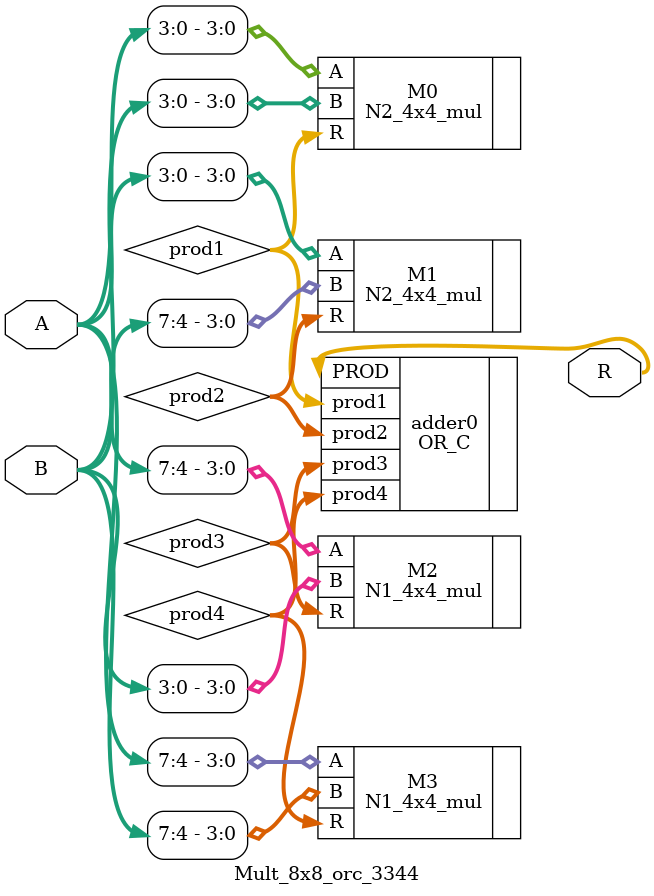
<source format=v>
module Mult_8x8_orc_3344(
input [7:0] A,
input [7:0] B,
output [15:0]R
);
wire [7:0]prod1;
wire [7:0]prod2;
wire [7:0]prod3;
wire [7:0]prod4;

N2_4x4_mul M0(.A(A[3:0]),.B(B[3:0]),.R(prod1));
N2_4x4_mul M1(.A(A[3:0]),.B(B[7:4]),.R(prod2));
N1_4x4_mul M2(.A(A[7:4]),.B(B[3:0]),.R(prod3));
N1_4x4_mul M3(.A(A[7:4]),.B(B[7:4]),.R(prod4));
OR_C adder0(.prod1(prod1),.prod2(prod2),.prod3(prod3),.prod4(prod4),.PROD(R));
endmodule

</source>
